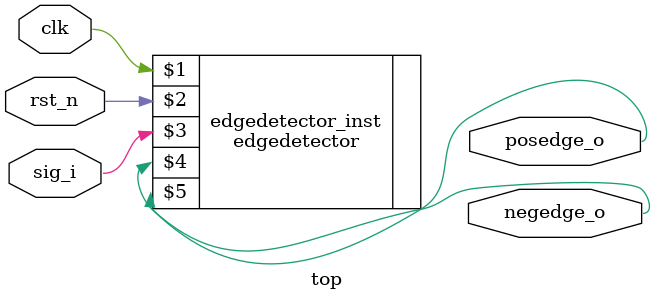
<source format=v>
module top(clk,rst_n,sig_i,posedge_o,negedge_o);
    input clk,rst_n,sig_i;
    output posedge_o,negedge_o;
    edgedetector edgedetector_inst(clk,rst_n,sig_i,posedge_o,negedge_o);
endmodule
</source>
